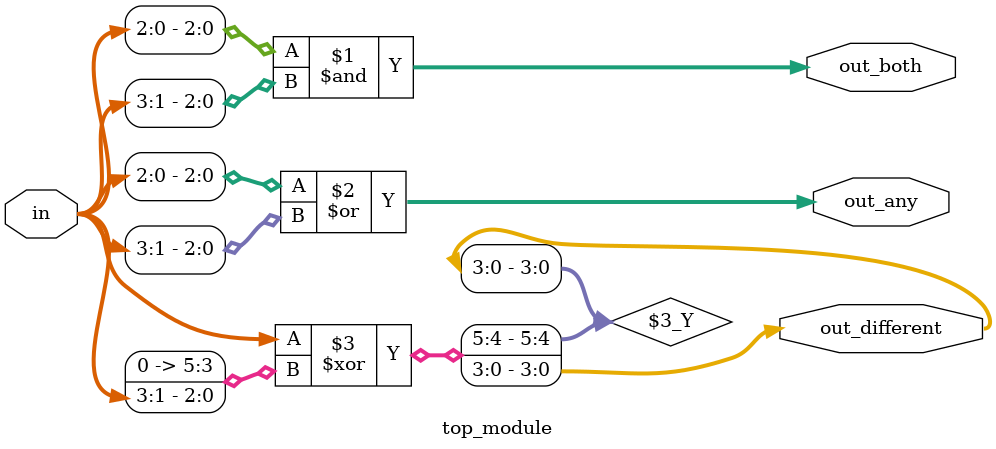
<source format=sv>
module top_module (
	input [3:0] in,
	output [2:0] out_both,
	output [3:1] out_any,
	output [3:0] out_different
);
	
	assign out_both = in[2:0] & in[3:1];
	assign out_any = in[2:0] | in[3:1];
	assign out_different = in ^ {3'b000, in[3:1]};
	
endmodule

</source>
